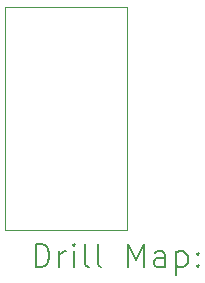
<source format=gbr>
%TF.GenerationSoftware,KiCad,Pcbnew,7.0.11*%
%TF.CreationDate,2024-05-17T15:10:11+03:00*%
%TF.ProjectId,time_delay,74696d65-5f64-4656-9c61-792e6b696361,rev?*%
%TF.SameCoordinates,Original*%
%TF.FileFunction,Drillmap*%
%TF.FilePolarity,Positive*%
%FSLAX45Y45*%
G04 Gerber Fmt 4.5, Leading zero omitted, Abs format (unit mm)*
G04 Created by KiCad (PCBNEW 7.0.11) date 2024-05-17 15:10:11*
%MOMM*%
%LPD*%
G01*
G04 APERTURE LIST*
%ADD10C,0.050000*%
%ADD11C,0.200000*%
G04 APERTURE END LIST*
D10*
X4140000Y-4290000D02*
X5170000Y-4290000D01*
X5170000Y-6180000D01*
X4140000Y-6180000D01*
X4140000Y-4290000D01*
D11*
X4398277Y-6493984D02*
X4398277Y-6293984D01*
X4398277Y-6293984D02*
X4445896Y-6293984D01*
X4445896Y-6293984D02*
X4474467Y-6303508D01*
X4474467Y-6303508D02*
X4493515Y-6322555D01*
X4493515Y-6322555D02*
X4503039Y-6341603D01*
X4503039Y-6341603D02*
X4512563Y-6379698D01*
X4512563Y-6379698D02*
X4512563Y-6408269D01*
X4512563Y-6408269D02*
X4503039Y-6446365D01*
X4503039Y-6446365D02*
X4493515Y-6465412D01*
X4493515Y-6465412D02*
X4474467Y-6484460D01*
X4474467Y-6484460D02*
X4445896Y-6493984D01*
X4445896Y-6493984D02*
X4398277Y-6493984D01*
X4598277Y-6493984D02*
X4598277Y-6360650D01*
X4598277Y-6398746D02*
X4607801Y-6379698D01*
X4607801Y-6379698D02*
X4617324Y-6370174D01*
X4617324Y-6370174D02*
X4636372Y-6360650D01*
X4636372Y-6360650D02*
X4655420Y-6360650D01*
X4722086Y-6493984D02*
X4722086Y-6360650D01*
X4722086Y-6293984D02*
X4712563Y-6303508D01*
X4712563Y-6303508D02*
X4722086Y-6313031D01*
X4722086Y-6313031D02*
X4731610Y-6303508D01*
X4731610Y-6303508D02*
X4722086Y-6293984D01*
X4722086Y-6293984D02*
X4722086Y-6313031D01*
X4845896Y-6493984D02*
X4826848Y-6484460D01*
X4826848Y-6484460D02*
X4817324Y-6465412D01*
X4817324Y-6465412D02*
X4817324Y-6293984D01*
X4950658Y-6493984D02*
X4931610Y-6484460D01*
X4931610Y-6484460D02*
X4922086Y-6465412D01*
X4922086Y-6465412D02*
X4922086Y-6293984D01*
X5179229Y-6493984D02*
X5179229Y-6293984D01*
X5179229Y-6293984D02*
X5245896Y-6436841D01*
X5245896Y-6436841D02*
X5312563Y-6293984D01*
X5312563Y-6293984D02*
X5312563Y-6493984D01*
X5493515Y-6493984D02*
X5493515Y-6389222D01*
X5493515Y-6389222D02*
X5483991Y-6370174D01*
X5483991Y-6370174D02*
X5464944Y-6360650D01*
X5464944Y-6360650D02*
X5426848Y-6360650D01*
X5426848Y-6360650D02*
X5407801Y-6370174D01*
X5493515Y-6484460D02*
X5474467Y-6493984D01*
X5474467Y-6493984D02*
X5426848Y-6493984D01*
X5426848Y-6493984D02*
X5407801Y-6484460D01*
X5407801Y-6484460D02*
X5398277Y-6465412D01*
X5398277Y-6465412D02*
X5398277Y-6446365D01*
X5398277Y-6446365D02*
X5407801Y-6427317D01*
X5407801Y-6427317D02*
X5426848Y-6417793D01*
X5426848Y-6417793D02*
X5474467Y-6417793D01*
X5474467Y-6417793D02*
X5493515Y-6408269D01*
X5588753Y-6360650D02*
X5588753Y-6560650D01*
X5588753Y-6370174D02*
X5607801Y-6360650D01*
X5607801Y-6360650D02*
X5645896Y-6360650D01*
X5645896Y-6360650D02*
X5664943Y-6370174D01*
X5664943Y-6370174D02*
X5674467Y-6379698D01*
X5674467Y-6379698D02*
X5683991Y-6398746D01*
X5683991Y-6398746D02*
X5683991Y-6455888D01*
X5683991Y-6455888D02*
X5674467Y-6474936D01*
X5674467Y-6474936D02*
X5664943Y-6484460D01*
X5664943Y-6484460D02*
X5645896Y-6493984D01*
X5645896Y-6493984D02*
X5607801Y-6493984D01*
X5607801Y-6493984D02*
X5588753Y-6484460D01*
X5769705Y-6474936D02*
X5779229Y-6484460D01*
X5779229Y-6484460D02*
X5769705Y-6493984D01*
X5769705Y-6493984D02*
X5760182Y-6484460D01*
X5760182Y-6484460D02*
X5769705Y-6474936D01*
X5769705Y-6474936D02*
X5769705Y-6493984D01*
X5769705Y-6370174D02*
X5779229Y-6379698D01*
X5779229Y-6379698D02*
X5769705Y-6389222D01*
X5769705Y-6389222D02*
X5760182Y-6379698D01*
X5760182Y-6379698D02*
X5769705Y-6370174D01*
X5769705Y-6370174D02*
X5769705Y-6389222D01*
M02*

</source>
